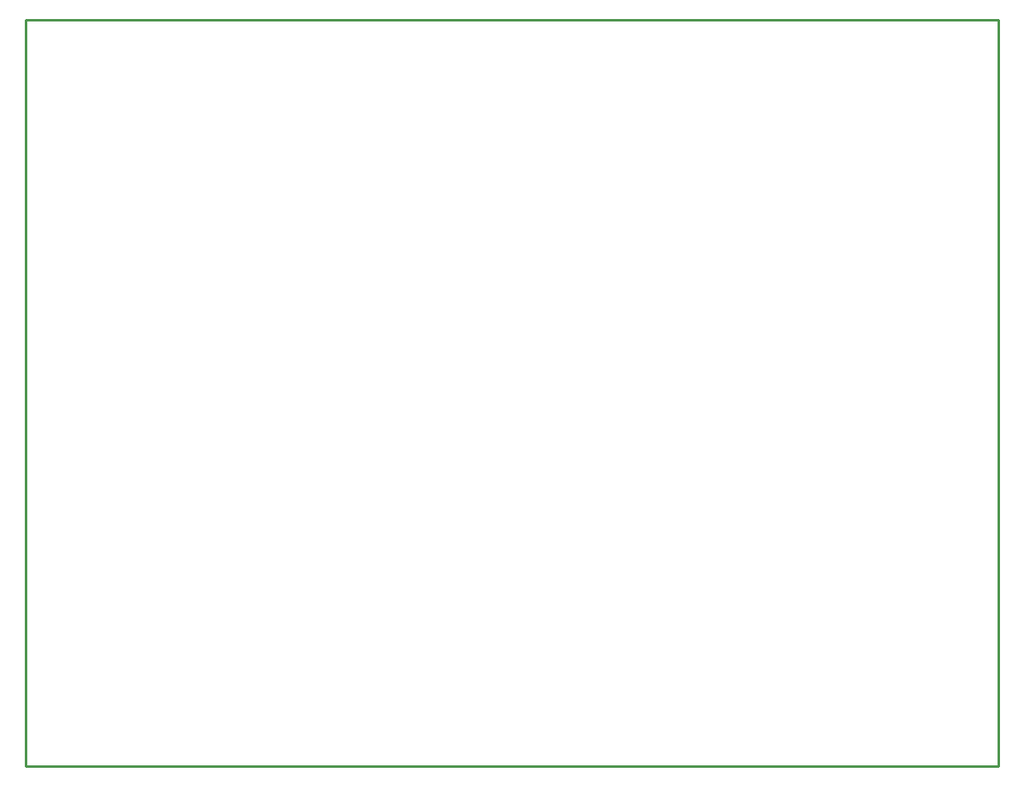
<source format=gko>
G04*
G04 #@! TF.GenerationSoftware,Altium Limited,Altium Designer,20.1.11 (218)*
G04*
G04 Layer_Color=16711935*
%FSLAX25Y25*%
%MOIN*%
G70*
G04*
G04 #@! TF.SameCoordinates,9738943D-FDB6-407F-A489-FF49C37398C0*
G04*
G04*
G04 #@! TF.FilePolarity,Positive*
G04*
G01*
G75*
%ADD11C,0.01000*%
D11*
X392000D01*
Y301000D01*
X0D02*
X392000D01*
X0Y0D02*
Y301000D01*
Y0D02*
X392000D01*
Y301000D01*
X0D02*
X392000D01*
X0Y0D02*
Y301000D01*
M02*

</source>
